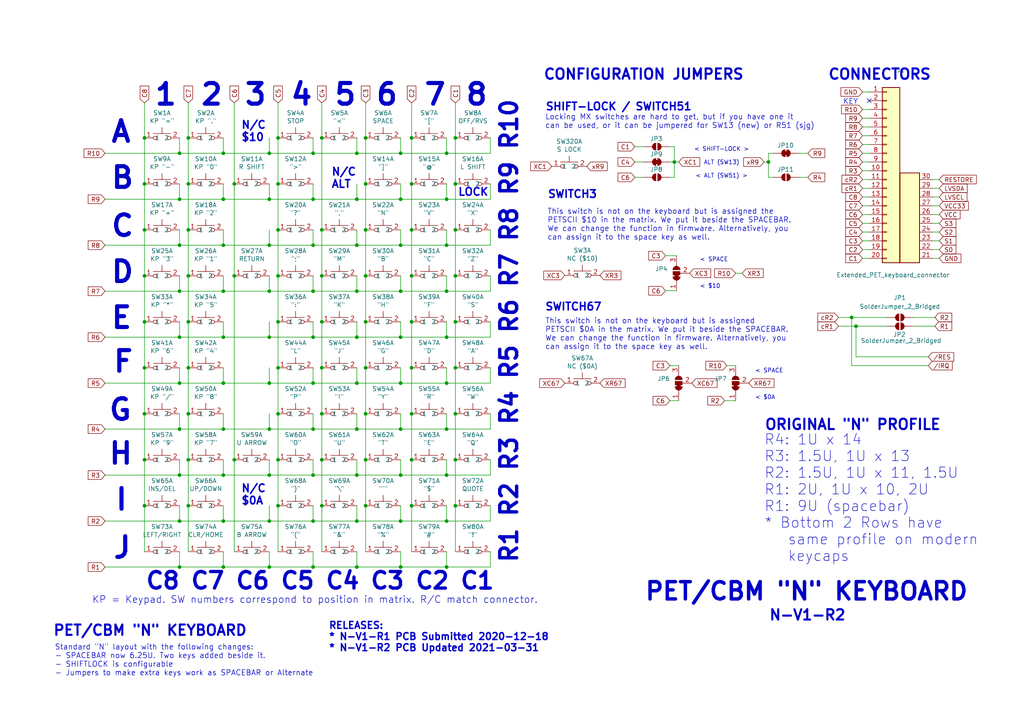
<source format=kicad_sch>
(kicad_sch (version 20250114) (generator "eeschema") (generator_version "9.0")
  (paper "A4")
  (text "PET/CBM \"N\" KEYBOARD" (at 15.24 184.785 0) (effects (font (size 2.9972 2.9972) (thickness 0.5994) (bold yes)) (justify left bottom)))
  (text "CONNECTORS" (at 240.03 23.495 0) (effects (font (size 2.9972 2.9972) (thickness 0.5994) (bold yes)) (justify left bottom)))
  (text "R1 R2 R3 R4 R5 R6 R7 R8 R9 R10" (at 150.495 163.83 90) (effects (font (size 4.9022 4.9022) (thickness 0.9804) (bold yes)) (justify left bottom)))
  (text "CONFIGURATION JUMPERS" (at 157.48 23.495 0) (effects (font (size 2.9972 2.9972) (thickness 0.5994) (bold yes)) (justify left bottom)))
  (text "Locking MX switches are hard to get, but if you have one it \ncan be used, or it can be jumpered for SW13 (new) or R51 (sjg)\n" (at 158.115 37.465 0) (effects (font (size 1.5494 1.5494)) (justify left bottom)))
  (text "PET/CBM \"N\" KEYBOARD" (at 186.69 174.625 0) (effects (font (size 5.0038 5.0038) (thickness 1.0008) (bold yes)) (justify left bottom)))
  (text "I" (at 33.02 148.59 0) (effects (font (size 5.9944 5.9944) (thickness 1.1989) (bold yes)) (justify left bottom)))
  (text "RELEASES:\n* N-V1-R1 PCB Submitted 2020-12-18\n* N-V1-R2 PCB Updated 2021-03-31 " (at 95.25 189.23 0) (effects (font (size 2.0066 2.0066) (thickness 0.4013) (bold yes)) (justify left bottom)))
  (text "< SPACE\n\n\n\n< $0A" (at 218.948 116.078 0) (effects (font (size 1.2 1.2)) (justify left bottom)))
  (text "SWITCH3" (at 158.75 57.785 0) (effects (font (size 2.2098 2.2098) (thickness 0.442) (bold yes)) (justify left bottom)))
  (text "Standard \"N\" layout with the following changes:\n- SPACEBAR now 6.25U. Two keys added beside it.\n- SHIFTLOCK is configurable\n- Jumpers to make extra keys work as SPACEBAR or Alternate\n" (at 15.875 196.215 0) (effects (font (size 1.5494 1.5494)) (justify left bottom)))
  (text "< SPACE\n\n\n\n< $10" (at 202.946 83.82 0) (effects (font (size 1.2 1.2)) (justify left bottom)))
  (text "KEY" (at 244.475 30.48 0) (effects (font (size 1.5494 1.5494)) (justify left bottom)))
  (text "ORIGINAL \"N\" PROFILE" (at 221.615 125.095 0) (effects (font (size 2.9972 2.9972) (thickness 0.5994) (bold yes)) (justify left bottom)))
  (text "R4: 1U x 14\nR3: 1.5U, 1U x 13\nR2: 1.5U, 1U x 11, 1.5U\nR1: 2U, 1U x 10, 2U\nR1: 9U (spacebar)\n* Bottom 2 Rows have\n   same profile on modern\n   keycaps" (at 221.615 163.195 0) (effects (font (size 2.9972 2.9972)) (justify left bottom)))
  (text "7" (at 122.555 31.115 0) (effects (font (size 5.9944 5.9944) (thickness 1.1989) (bold yes)) (justify left bottom)))
  (text "KP = Keypad. SW numbers correspond to position in matrix. R/C match connector." (at 26.67 175.26 0) (effects (font (size 2.0066 2.0066)) (justify left bottom)))
  (text "1" (at 44.45 31.115 0) (effects (font (size 5.9944 5.9944) (thickness 1.1989) (bold yes)) (justify left bottom)))
  (text "B" (at 31.75 55.245 0) (effects (font (size 5.9944 5.9944) (thickness 1.1989) (bold yes)) (justify left bottom)))
  (text "A" (at 31.75 41.91 0) (effects (font (size 5.9944 5.9944) (thickness 1.1989) (bold yes)) (justify left bottom)))
  (text "LOCK" (at 132.715 57.15 0) (effects (font (size 2.2098 2.2098) (thickness 0.442) (bold yes)) (justify left bottom)))
  (text "< SHIFT-LOCK >\n\nALT (SW13)\n\n< ALT (SW51) >" (at 209.296 51.816 0) (effects (font (size 1.2 1.2)) (justify bottom)))
  (text "E" (at 31.75 95.885 0) (effects (font (size 5.9944 5.9944) (thickness 1.1989) (bold yes)) (justify left bottom)))
  (text "C8 C7 C6 C5 C4 C3 C2 C1" (at 41.91 171.45 0) (effects (font (size 4.8006 4.8006) (thickness 0.9601) (bold yes)) (justify left bottom)))
  (text "This switch is not on the keyboard but is assigned the\nPETSCII $10 in the matrix. We put it beside the SPACEBAR.\nWe can change the function in firmware. Alternatively, you\ncan assign it to the space key as well.\n" (at 158.75 69.85 0) (effects (font (size 1.5494 1.5494)) (justify left bottom)))
  (text "F" (at 32.385 108.585 0) (effects (font (size 5.9944 5.9944) (thickness 1.1989) (bold yes)) (justify left bottom)))
  (text "H" (at 31.115 135.255 0) (effects (font (size 5.9944 5.9944) (thickness 1.1989) (bold yes)) (justify left bottom)))
  (text "SWITCH67" (at 157.988 90.424 0) (effects (font (size 2.2098 2.2098) (thickness 0.442) (bold yes)) (justify left bottom)))
  (text "N/C\n$0A" (at 69.85 146.685 0) (effects (font (size 2.2098 2.2098) (thickness 0.442) (bold yes)) (justify left bottom)))
  (text "8" (at 134.62 31.115 0) (effects (font (size 5.9944 5.9944) (thickness 1.1989) (bold yes)) (justify left bottom)))
  (text "2" (at 57.785 31.115 0) (effects (font (size 5.9944 5.9944) (thickness 1.1989) (bold yes)) (justify left bottom)))
  (text "N/C\n$10" (at 69.85 41.275 0) (effects (font (size 2.2098 2.2098) (thickness 0.442) (bold yes)) (justify left bottom)))
  (text "SHIFT-LOCK / SWITCH51" (at 158.115 32.385 0) (effects (font (size 2.2098 2.2098) (thickness 0.442) (bold yes)) (justify left bottom)))
  (text "5" (at 96.52 31.115 0) (effects (font (size 5.9944 5.9944) (thickness 1.1989) (bold yes)) (justify left bottom)))
  (text "J" (at 32.385 162.56 0) (effects (font (size 5.9944 5.9944) (thickness 1.1989) (bold yes)) (justify left bottom)))
  (text "This switch is not on the keyboard but is assigned\nPETSCII $0A in the matrix. We put it beside the SPACEBAR.\nWe can change the function in firmware. Alternatively, you\ncan assign it to the space key as well.\n" (at 158.115 101.6 0) (effects (font (size 1.5494 1.5494)) (justify left bottom)))
  (text "G" (at 31.115 122.555 0) (effects (font (size 5.9944 5.9944) (thickness 1.1989) (bold yes)) (justify left bottom)))
  (text "N-V1-R2" (at 222.885 180.34 0) (effects (font (size 2.9972 2.9972) (thickness 0.5994) (bold yes)) (justify left bottom)))
  (text "6" (at 108.585 31.115 0) (effects (font (size 5.9944 5.9944) (thickness 1.1989) (bold yes)) (justify left bottom)))
  (text "4" (at 83.82 31.115 0) (effects (font (size 5.9944 5.9944) (thickness 1.1989) (bold yes)) (justify left bottom)))
  (text "N/C\nALT" (at 96.012 54.864 0) (effects (font (size 2.2098 2.2098) (thickness 0.442) (bold yes)) (justify left bottom)))
  (text "D" (at 31.75 82.55 0) (effects (font (size 5.9944 5.9944) (thickness 1.1989) (bold yes)) (justify left bottom)))
  (text "3" (at 70.485 31.115 0) (effects (font (size 5.9944 5.9944) (thickness 1.1989) (bold yes)) (justify left bottom)))
  (text "C" (at 31.75 69.215 0) (effects (font (size 5.9944 5.9944) (thickness 1.1989) (bold yes)) (justify left bottom)))
  (junction (at 67.945 80.01))
  (junction (at 90.805 57.785))
  (junction (at 41.91 40.005))
  (junction (at 106.045 106.68))
  (junction (at 90.805 137.795))
  (junction (at 132.08 80.01))
  (junction (at 132.08 146.685))
  (junction (at 78.105 137.795))
  (junction (at 52.07 111.125))
  (junction (at 116.205 57.785))
  (junction (at 93.345 106.68))
  (junction (at 119.38 66.675))
  (junction (at 116.205 151.13))
  (junction (at 119.38 146.685))
  (junction (at 93.345 146.685))
  (junction (at 41.91 106.68))
  (junction (at 103.505 97.79))
  (junction (at 41.91 80.01))
  (junction (at 64.77 71.12))
  (junction (at 90.805 164.465))
  (junction (at 80.645 80.01))
  (junction (at 67.945 133.35))
  (junction (at 93.345 80.01))
  (junction (at 80.645 146.685))
  (junction (at 248.285 94.615))
  (junction (at 132.08 133.35))
  (junction (at 103.505 124.46))
  (junction (at 52.07 151.13))
  (junction (at 54.61 146.685))
  (junction (at 116.205 84.455))
  (junction (at 106.045 53.34))
  (junction (at 64.77 124.46))
  (junction (at 119.38 93.345))
  (junction (at 80.645 120.015))
  (junction (at 54.61 93.345))
  (junction (at 103.505 84.455))
  (junction (at 129.54 71.12))
  (junction (at 106.045 133.35))
  (junction (at 103.505 137.795))
  (junction (at 119.38 106.68))
  (junction (at 78.105 71.12))
  (junction (at 54.61 40.005))
  (junction (at 52.07 44.45))
  (junction (at 116.205 44.45))
  (junction (at 90.805 84.455))
  (junction (at 129.54 151.13))
  (junction (at 64.77 164.465))
  (junction (at 119.38 120.015))
  (junction (at 106.045 40.005))
  (junction (at 52.07 164.465))
  (junction (at 106.045 93.345))
  (junction (at 129.54 97.79))
  (junction (at 195.58 46.99))
  (junction (at 64.77 84.455))
  (junction (at 90.805 151.13))
  (junction (at 119.38 53.34))
  (junction (at 52.07 71.12))
  (junction (at 132.08 66.675))
  (junction (at 132.08 120.015))
  (junction (at 80.645 40.005))
  (junction (at 103.505 164.465))
  (junction (at 64.77 44.45))
  (junction (at 64.77 137.795))
  (junction (at 64.77 57.785))
  (junction (at 78.105 84.455))
  (junction (at 41.91 133.35))
  (junction (at 78.105 44.45))
  (junction (at 106.045 66.675))
  (junction (at 90.805 71.12))
  (junction (at 103.505 44.45))
  (junction (at 93.345 40.005))
  (junction (at 54.61 53.34))
  (junction (at 54.61 106.68))
  (junction (at 132.08 53.34))
  (junction (at 54.61 66.675))
  (junction (at 80.645 93.345))
  (junction (at 103.505 57.785))
  (junction (at 78.105 124.46))
  (junction (at 129.54 137.795))
  (junction (at 93.345 120.015))
  (junction (at 106.045 80.01))
  (junction (at 132.08 106.68))
  (junction (at 247.015 92.075))
  (junction (at 129.54 111.125))
  (junction (at 67.945 53.34))
  (junction (at 90.805 44.45))
  (junction (at 222.885 46.99))
  (junction (at 116.205 164.465))
  (junction (at 129.54 164.465))
  (junction (at 64.77 97.79))
  (junction (at 93.345 66.675))
  (junction (at 90.805 124.46))
  (junction (at 103.505 71.12))
  (junction (at 93.345 133.35))
  (junction (at 64.77 111.125))
  (junction (at 116.205 111.125))
  (junction (at 54.61 120.015))
  (junction (at 78.105 97.79))
  (junction (at 78.105 111.125))
  (junction (at 52.07 57.785))
  (junction (at 116.205 71.12))
  (junction (at 41.91 146.685))
  (junction (at 129.54 57.785))
  (junction (at 41.91 120.015))
  (junction (at 52.07 84.455))
  (junction (at 41.91 93.345))
  (junction (at 119.38 133.35))
  (junction (at 54.61 80.01))
  (junction (at 54.61 133.35))
  (junction (at 64.77 151.13))
  (junction (at 119.38 80.01))
  (junction (at 80.645 133.35))
  (junction (at 129.54 124.46))
  (junction (at 52.07 97.79))
  (junction (at 90.805 111.125))
  (junction (at 78.105 151.13))
  (junction (at 93.345 93.345))
  (junction (at 116.205 97.79))
  (junction (at 132.08 40.005))
  (junction (at 41.91 53.34))
  (junction (at 80.645 66.675))
  (junction (at 80.645 106.68))
  (junction (at 41.91 66.675))
  (junction (at 106.045 146.685))
  (junction (at 106.045 120.015))
  (junction (at 78.105 57.785))
  (junction (at 103.505 111.125))
  (junction (at 80.645 53.34))
  (junction (at 129.54 84.455))
  (junction (at 103.505 151.13))
  (junction (at 90.805 97.79))
  (junction (at 52.07 124.46))
  (junction (at 78.105 164.465))
  (junction (at 52.07 137.795))
  (junction (at 119.38 40.005))
  (junction (at 129.54 44.45))
  (junction (at 116.205 124.46))
  (junction (at 116.205 137.795))
  (junction (at 132.08 93.345))
  (no_connect (at 252.095 29.21))
  (wire (pts (xy 93.345 40.005) (xy 93.345 66.675)))
  (wire (pts (xy 119.38 106.68) (xy 119.38 120.015)))
  (wire (pts (xy 54.61 66.675) (xy 54.61 80.01)))
  (wire (pts (xy 78.105 106.68) (xy 78.105 111.125)))
  (wire (pts (xy 116.205 124.46) (xy 103.505 124.46)))
  (wire (pts (xy 64.77 53.34) (xy 64.77 57.785)))
  (wire (pts (xy 52.07 120.015) (xy 52.07 124.46)))
  (wire (pts (xy 78.105 84.455) (xy 90.805 84.455)))
  (wire (pts (xy 252.095 59.69) (xy 250.19 59.69)))
  (wire (pts (xy 132.08 80.01) (xy 132.08 93.345)))
  (wire (pts (xy 54.61 53.34) (xy 54.61 66.675)))
  (wire (pts (xy 210.82 106.045) (xy 213.36 106.045)))
  (wire (pts (xy 116.205 57.785) (xy 103.505 57.785)))
  (wire (pts (xy 52.07 71.12) (xy 30.48 71.12)))
  (wire (pts (xy 90.805 133.35) (xy 90.805 137.795)))
  (wire (pts (xy 142.24 106.68) (xy 142.24 111.125)))
  (wire (pts (xy 41.91 106.68) (xy 41.91 120.015)))
  (wire (pts (xy 78.105 120.015) (xy 78.105 124.46)))
  (wire (pts (xy 184.15 51.435) (xy 186.69 51.435)))
  (wire (pts (xy 64.77 146.685) (xy 64.77 151.13)))
  (wire (pts (xy 41.91 29.845) (xy 41.91 40.005)))
  (wire (pts (xy 80.645 93.345) (xy 80.645 106.68)))
  (wire (pts (xy 129.54 93.345) (xy 129.54 97.79)))
  (wire (pts (xy 119.38 40.005) (xy 119.38 53.34)))
  (wire (pts (xy 269.24 106.045) (xy 247.015 106.045)))
  (wire (pts (xy 252.095 67.31) (xy 250.19 67.31)))
  (wire (pts (xy 78.105 71.12) (xy 90.805 71.12)))
  (wire (pts (xy 132.08 29.845) (xy 132.08 40.005)))
  (wire (pts (xy 64.77 40.005) (xy 64.77 44.45)))
  (wire (pts (xy 80.645 106.68) (xy 80.645 120.015)))
  (wire (pts (xy 78.105 137.795) (xy 90.805 137.795)))
  (wire (pts (xy 54.61 93.345) (xy 54.61 106.68)))
  (wire (pts (xy 252.095 52.07) (xy 250.19 52.07)))
  (wire (pts (xy 103.505 53.34) (xy 103.505 57.785)))
  (wire (pts (xy 129.54 124.46) (xy 116.205 124.46)))
  (wire (pts (xy 80.645 66.675) (xy 80.645 80.01)))
  (wire (pts (xy 116.205 137.795) (xy 103.505 137.795)))
  (wire (pts (xy 78.105 164.465) (xy 90.805 164.465)))
  (wire (pts (xy 194.31 51.435) (xy 195.58 51.435)))
  (wire (pts (xy 52.07 44.45) (xy 64.77 44.45)))
  (wire (pts (xy 129.54 146.685) (xy 129.54 151.13)))
  (wire (pts (xy 64.77 137.795) (xy 52.07 137.795)))
  (wire (pts (xy 93.345 146.685) (xy 93.345 160.02)))
  (wire (pts (xy 78.105 80.01) (xy 78.105 84.455)))
  (wire (pts (xy 67.945 133.35) (xy 67.945 160.02)))
  (wire (pts (xy 252.095 34.29) (xy 250.19 34.29)))
  (wire (pts (xy 119.38 80.01) (xy 119.38 93.345)))
  (wire (pts (xy 52.07 151.13) (xy 30.48 151.13)))
  (wire (pts (xy 132.08 133.35) (xy 132.08 146.685)))
  (wire (pts (xy 64.77 97.79) (xy 52.07 97.79)))
  (wire (pts (xy 54.61 146.685) (xy 54.61 160.02)))
  (wire (pts (xy 184.15 46.99) (xy 186.69 46.99)))
  (wire (pts (xy 210.185 116.205) (xy 213.36 116.205)))
  (wire (pts (xy 78.105 53.34) (xy 78.105 57.785)))
  (wire (pts (xy 116.205 151.13) (xy 103.505 151.13)))
  (wire (pts (xy 129.54 97.79) (xy 116.205 97.79)))
  (wire (pts (xy 194.31 46.99) (xy 195.58 46.99)))
  (wire (pts (xy 64.77 124.46) (xy 52.07 124.46)))
  (wire (pts (xy 116.205 111.125) (xy 103.505 111.125)))
  (wire (pts (xy 78.105 93.345) (xy 78.105 97.79)))
  (wire (pts (xy 270.51 57.15) (xy 272.415 57.15)))
  (wire (pts (xy 252.095 31.75) (xy 250.19 31.75)))
  (wire (pts (xy 270.51 54.61) (xy 272.415 54.61)))
  (wire (pts (xy 80.645 53.34) (xy 80.645 66.675)))
  (wire (pts (xy 103.505 160.02) (xy 103.505 164.465)))
  (wire (pts (xy 142.24 146.685) (xy 142.24 151.13)))
  (wire (pts (xy 247.015 92.075) (xy 257.175 92.075)))
  (wire (pts (xy 80.645 40.005) (xy 80.645 53.34)))
  (wire (pts (xy 119.38 133.35) (xy 119.38 146.685)))
  (wire (pts (xy 270.51 64.77) (xy 272.415 64.77)))
  (wire (pts (xy 52.07 124.46) (xy 30.48 124.46)))
  (wire (pts (xy 64.77 71.12) (xy 52.07 71.12)))
  (wire (pts (xy 119.38 146.685) (xy 119.38 160.02)))
  (wire (pts (xy 54.61 40.005) (xy 54.61 53.34)))
  (wire (pts (xy 67.945 29.845) (xy 67.945 53.34)))
  (wire (pts (xy 78.105 71.12) (xy 64.77 71.12)))
  (wire (pts (xy 90.805 106.68) (xy 90.805 111.125)))
  (wire (pts (xy 67.945 53.34) (xy 67.945 80.01)))
  (wire (pts (xy 270.51 72.39) (xy 272.415 72.39)))
  (wire (pts (xy 132.08 93.345) (xy 132.08 106.68)))
  (wire (pts (xy 93.345 29.845) (xy 93.345 40.005)))
  (wire (pts (xy 78.105 111.125) (xy 64.77 111.125)))
  (wire (pts (xy 64.77 84.455) (xy 52.07 84.455)))
  (wire (pts (xy 252.095 62.23) (xy 250.19 62.23)))
  (wire (pts (xy 142.24 71.12) (xy 129.54 71.12)))
  (wire (pts (xy 52.07 111.125) (xy 30.48 111.125)))
  (wire (pts (xy 54.61 120.015) (xy 54.61 133.35)))
  (wire (pts (xy 142.24 93.345) (xy 142.24 97.79)))
  (wire (pts (xy 194.31 116.205) (xy 196.85 116.205)))
  (wire (pts (xy 103.505 44.45) (xy 116.205 44.45)))
  (wire (pts (xy 106.045 66.675) (xy 106.045 80.01)))
  (wire (pts (xy 195.58 51.435) (xy 195.58 46.99)))
  (wire (pts (xy 116.205 146.685) (xy 116.205 151.13)))
  (wire (pts (xy 142.24 80.01) (xy 142.24 84.455)))
  (wire (pts (xy 103.505 164.465) (xy 90.805 164.465)))
  (wire (pts (xy 129.54 164.465) (xy 116.205 164.465)))
  (wire (pts (xy 64.77 80.01) (xy 64.77 84.455)))
  (wire (pts (xy 80.645 80.01) (xy 80.645 93.345)))
  (wire (pts (xy 52.07 133.35) (xy 52.07 137.795)))
  (wire (pts (xy 252.095 57.15) (xy 250.19 57.15)))
  (wire (pts (xy 90.805 44.45) (xy 103.505 44.45)))
  (wire (pts (xy 106.045 40.005) (xy 106.045 53.34)))
  (wire (pts (xy 64.77 93.345) (xy 64.77 97.79)))
  (wire (pts (xy 106.045 29.845) (xy 106.045 40.005)))
  (wire (pts (xy 270.51 52.07) (xy 272.415 52.07)))
  (wire (pts (xy 243.205 94.615) (xy 248.285 94.615)))
  (wire (pts (xy 129.54 84.455) (xy 116.205 84.455)))
  (wire (pts (xy 64.77 66.675) (xy 64.77 71.12)))
  (wire (pts (xy 103.505 111.125) (xy 90.805 111.125)))
  (wire (pts (xy 103.505 84.455) (xy 90.805 84.455)))
  (wire (pts (xy 41.91 80.01) (xy 41.91 93.345)))
  (wire (pts (xy 252.095 69.85) (xy 250.19 69.85)))
  (wire (pts (xy 116.205 40.005) (xy 116.205 44.45)))
  (wire (pts (xy 106.045 93.345) (xy 106.045 106.68)))
  (wire (pts (xy 80.645 146.685) (xy 80.645 160.02)))
  (wire (pts (xy 90.805 53.34) (xy 90.805 57.785)))
  (wire (pts (xy 52.07 164.465) (xy 30.48 164.465)))
  (wire (pts (xy 116.205 106.68) (xy 116.205 111.125)))
  (wire (pts (xy 52.07 97.79) (xy 30.48 97.79)))
  (wire (pts (xy 132.08 146.685) (xy 132.08 160.02)))
  (wire (pts (xy 231.775 51.435) (xy 234.315 51.435)))
  (wire (pts (xy 93.345 80.01) (xy 93.345 93.345)))
  (wire (pts (xy 224.155 44.45) (xy 222.885 44.45)))
  (wire (pts (xy 103.505 80.01) (xy 103.505 84.455)))
  (wire (pts (xy 78.105 40.005) (xy 78.105 44.45)))
  (wire (pts (xy 106.045 106.68) (xy 106.045 120.015)))
  (wire (pts (xy 252.095 41.91) (xy 250.19 41.91)))
  (wire (pts (xy 129.54 40.005) (xy 129.54 44.45)))
  (wire (pts (xy 252.095 49.53) (xy 250.19 49.53)))
  (wire (pts (xy 78.105 57.785) (xy 64.77 57.785)))
  (wire (pts (xy 247.015 106.045) (xy 247.015 92.075)))
  (wire (pts (xy 193.04 74.168) (xy 196.215 74.168)))
  (wire (pts (xy 78.105 133.35) (xy 78.105 137.795)))
  (wire (pts (xy 52.07 57.785) (xy 30.48 57.785)))
  (wire (pts (xy 132.08 53.34) (xy 132.08 66.675)))
  (wire (pts (xy 64.77 151.13) (xy 52.07 151.13)))
  (wire (pts (xy 194.31 42.545) (xy 195.58 42.545)))
  (wire (pts (xy 90.805 93.345) (xy 90.805 97.79)))
  (wire (pts (xy 78.105 66.675) (xy 78.105 71.12)))
  (wire (pts (xy 250.19 26.67) (xy 252.095 26.67)))
  (wire (pts (xy 252.095 36.83) (xy 250.19 36.83)))
  (wire (pts (xy 270.51 67.31) (xy 272.415 67.31)))
  (wire (pts (xy 78.105 97.79) (xy 90.805 97.79)))
  (wire (pts (xy 103.505 71.12) (xy 90.805 71.12)))
  (wire (pts (xy 78.105 151.13) (xy 90.805 151.13)))
  (wire (pts (xy 142.24 66.675) (xy 142.24 71.12)))
  (wire (pts (xy 129.54 57.785) (xy 116.205 57.785)))
  (wire (pts (xy 93.345 133.35) (xy 93.345 146.685)))
  (wire (pts (xy 142.24 53.34) (xy 142.24 57.785)))
  (wire (pts (xy 90.805 40.005) (xy 90.805 44.45)))
  (wire (pts (xy 248.285 94.615) (xy 257.175 94.615)))
  (wire (pts (xy 78.105 124.46) (xy 64.77 124.46)))
  (wire (pts (xy 116.205 80.01) (xy 116.205 84.455)))
  (wire (pts (xy 78.105 44.45) (xy 90.805 44.45)))
  (wire (pts (xy 142.24 120.015) (xy 142.24 124.46)))
  (wire (pts (xy 116.205 120.015) (xy 116.205 124.46)))
  (wire (pts (xy 106.045 120.015) (xy 106.045 133.35)))
  (wire (pts (xy 54.61 133.35) (xy 54.61 146.685)))
  (wire (pts (xy 129.54 106.68) (xy 129.54 111.125)))
  (wire (pts (xy 142.24 84.455) (xy 129.54 84.455)))
  (wire (pts (xy 132.08 120.015) (xy 132.08 133.35)))
  (wire (pts (xy 41.91 120.015) (xy 41.91 133.35)))
  (wire (pts (xy 41.91 53.34) (xy 41.91 66.675)))
  (wire (pts (xy 129.54 71.12) (xy 116.205 71.12)))
  (wire (pts (xy 213.36 79.248) (xy 215.265 79.248)))
  (wire (pts (xy 270.51 62.23) (xy 272.415 62.23)))
  (wire (pts (xy 78.105 111.125) (xy 90.805 111.125)))
  (wire (pts (xy 116.205 93.345) (xy 116.205 97.79)))
  (wire (pts (xy 80.645 120.015) (xy 80.645 133.35)))
  (wire (pts (xy 119.38 53.34) (xy 119.38 66.675)))
  (wire (pts (xy 103.505 66.675) (xy 103.505 71.12)))
  (wire (pts (xy 222.885 46.99) (xy 221.615 46.99)))
  (wire (pts (xy 103.505 124.46) (xy 90.805 124.46)))
  (wire (pts (xy 119.38 29.845) (xy 119.38 40.005)))
  (wire (pts (xy 142.24 124.46) (xy 129.54 124.46)))
  (wire (pts (xy 248.285 103.505) (xy 248.285 94.615)))
  (wire (pts (xy 116.205 164.465) (xy 103.505 164.465)))
  (wire (pts (xy 264.795 92.075) (xy 271.145 92.075)))
  (wire (pts (xy 64.77 106.68) (xy 64.77 111.125)))
  (wire (pts (xy 80.645 29.845) (xy 80.645 40.005)))
  (wire (pts (xy 80.645 133.35) (xy 80.645 146.685)))
  (wire (pts (xy 106.045 53.34) (xy 106.045 66.675)))
  (wire (pts (xy 67.945 80.01) (xy 67.945 133.35)))
  (wire (pts (xy 103.505 97.79) (xy 90.805 97.79)))
  (wire (pts (xy 41.91 40.005) (xy 41.91 53.34)))
  (wire (pts (xy 64.77 57.785) (xy 52.07 57.785)))
  (wire (pts (xy 64.77 111.125) (xy 52.07 111.125)))
  (wire (pts (xy 30.48 44.45) (xy 52.07 44.45)))
  (wire (pts (xy 264.795 94.615) (xy 271.145 94.615)))
  (wire (pts (xy 52.07 160.02) (xy 52.07 164.465)))
  (wire (pts (xy 142.24 164.465) (xy 129.54 164.465)))
  (wire (pts (xy 116.205 71.12) (xy 103.505 71.12)))
  (wire (pts (xy 269.24 103.505) (xy 248.285 103.505)))
  (wire (pts (xy 90.805 66.675) (xy 90.805 71.12)))
  (wire (pts (xy 52.07 66.675) (xy 52.07 71.12)))
  (wire (pts (xy 78.105 146.685) (xy 78.105 151.13)))
  (wire (pts (xy 52.07 80.01) (xy 52.07 84.455)))
  (wire (pts (xy 90.805 160.02) (xy 90.805 164.465)))
  (wire (pts (xy 103.505 106.68) (xy 103.505 111.125)))
  (wire (pts (xy 64.77 160.02) (xy 64.77 164.465)))
  (wire (pts (xy 103.505 120.015) (xy 103.505 124.46)))
  (wire (pts (xy 93.345 106.68) (xy 93.345 120.015)))
  (wire (pts (xy 184.15 42.545) (xy 186.69 42.545)))
  (wire (pts (xy 270.51 59.69) (xy 272.415 59.69)))
  (wire (pts (xy 52.07 93.345) (xy 52.07 97.79)))
  (wire (pts (xy 103.505 133.35) (xy 103.505 137.795)))
  (wire (pts (xy 129.54 120.015) (xy 129.54 124.46)))
  (wire (pts (xy 195.58 46.99) (xy 196.85 46.99)))
  (wire (pts (xy 252.095 72.39) (xy 250.19 72.39)))
  (wire (pts (xy 270.51 69.85) (xy 272.415 69.85)))
  (wire (pts (xy 64.77 133.35) (xy 64.77 137.795)))
  (wire (pts (xy 93.345 120.015) (xy 93.345 133.35)))
  (wire (pts (xy 116.205 53.34) (xy 116.205 57.785)))
  (wire (pts (xy 270.51 74.93) (xy 272.415 74.93)))
  (wire (pts (xy 119.38 93.345) (xy 119.38 106.68)))
  (wire (pts (xy 142.24 40.005) (xy 142.24 44.45)))
  (wire (pts (xy 78.105 97.79) (xy 64.77 97.79)))
  (wire (pts (xy 222.885 51.435) (xy 222.885 46.99)))
  (wire (pts (xy 116.205 97.79) (xy 103.505 97.79)))
  (wire (pts (xy 93.345 66.675) (xy 93.345 80.01)))
  (wire (pts (xy 142.24 57.785) (xy 129.54 57.785)))
  (wire (pts (xy 90.805 146.685) (xy 90.805 151.13)))
  (wire (pts (xy 132.08 40.005) (xy 132.08 53.34)))
  (wire (pts (xy 78.105 57.785) (xy 90.805 57.785)))
  (wire (pts (xy 194.31 106.045) (xy 196.85 106.045)))
  (wire (pts (xy 116.205 133.35) (xy 116.205 137.795)))
  (wire (pts (xy 103.505 93.345) (xy 103.505 97.79)))
  (wire (pts (xy 142.24 151.13) (xy 129.54 151.13)))
  (wire (pts (xy 252.095 46.99) (xy 250.19 46.99)))
  (wire (pts (xy 103.505 151.13) (xy 90.805 151.13)))
  (wire (pts (xy 78.105 151.13) (xy 64.77 151.13)))
  (wire (pts (xy 41.91 133.35) (xy 41.91 146.685)))
  (wire (pts (xy 129.54 66.675) (xy 129.54 71.12)))
  (wire (pts (xy 103.505 146.685) (xy 103.505 151.13)))
  (wire (pts (xy 90.805 80.01) (xy 90.805 84.455)))
  (wire (pts (xy 132.08 66.675) (xy 132.08 80.01)))
  (wire (pts (xy 129.54 160.02) (xy 129.54 164.465)))
  (wire (pts (xy 103.505 40.005) (xy 103.505 44.45)))
  (wire (pts (xy 129.54 44.45) (xy 142.24 44.45)))
  (wire (pts (xy 116.205 66.675) (xy 116.205 71.12)))
  (wire (pts (xy 93.345 93.345) (xy 93.345 106.68)))
  (wire (pts (xy 231.775 44.45) (xy 234.315 44.45)))
  (wire (pts (xy 106.045 133.35) (xy 106.045 146.685)))
  (wire (pts (xy 224.155 51.435) (xy 222.885 51.435)))
  (wire (pts (xy 41.91 66.675) (xy 41.91 80.01)))
  (wire (pts (xy 106.045 80.01) (xy 106.045 93.345)))
  (wire (pts (xy 129.54 111.125) (xy 116.205 111.125)))
  (wire (pts (xy 78.105 164.465) (xy 64.77 164.465)))
  (wire (pts (xy 54.61 29.845) (xy 54.61 40.005)))
  (wire (pts (xy 78.105 160.02) (xy 78.105 164.465)))
  (wire (pts (xy 116.205 84.455) (xy 103.505 84.455)))
  (wire (pts (xy 78.105 124.46) (xy 90.805 124.46)))
  (wire (pts (xy 41.91 146.685) (xy 41.91 160.02)))
  (wire (pts (xy 129.54 137.795) (xy 116.205 137.795)))
  (wire (pts (xy 54.61 80.01) (xy 54.61 93.345)))
  (wire (pts (xy 252.095 39.37) (xy 250.19 39.37)))
  (wire (pts (xy 52.07 106.68) (xy 52.07 111.125)))
  (wire (pts (xy 142.24 133.35) (xy 142.24 137.795)))
  (wire (pts (xy 78.105 137.795) (xy 64.77 137.795)))
  (wire (pts (xy 142.24 97.79) (xy 129.54 97.79)))
  (wire (pts (xy 252.095 54.61) (xy 250.19 54.61)))
  (wire (pts (xy 142.24 137.795) (xy 129.54 137.795)))
  (wire (pts (xy 64.77 44.45) (xy 78.105 44.45)))
  (wire (pts (xy 90.805 120.015) (xy 90.805 124.46)))
  (wire (pts (xy 52.07 40.005) (xy 52.07 44.45)))
  (wire (pts (xy 252.095 44.45) (xy 250.19 44.45)))
  (wire (pts (xy 52.07 137.795) (xy 30.48 137.795)))
  (wire (pts (xy 41.91 93.345) (xy 41.91 106.68)))
  (wire (pts (xy 252.095 74.93) (xy 250.19 74.93)))
  (wire (pts (xy 142.24 160.02) (xy 142.24 164.465)))
  (wire (pts (xy 52.07 84.455) (xy 30.48 84.455)))
  (wire (pts (xy 129.54 151.13) (xy 116.205 151.13)))
  (wire (pts (xy 119.38 120.015) (xy 119.38 133.35)))
  (wire (pts (xy 103.505 57.785) (xy 90.805 57.785)))
  (wire (pts (xy 116.205 44.45) (xy 129.54 44.45)))
  (wire (pts (xy 106.045 146.685) (xy 106.045 160.02)))
  (wire (pts (xy 64.77 164.465) (xy 52.07 164.465)))
  (wire (pts (xy 129.54 80.01) (xy 129.54 84.455)))
  (wire (pts (xy 119.38 66.675) (xy 119.38 80.01)))
  (wire (pts (xy 103.505 137.795) (xy 90.805 137.795)))
  (wire (pts (xy 116.205 160.02) (xy 116.205 164.465)))
  (wire (pts (xy 252.095 64.77) (xy 250.19 64.77)))
  (wire (pts (xy 193.04 84.328) (xy 196.215 84.328)))
  (wire (pts (xy 64.77 120.015) (xy 64.77 124.46)))
  (wire (pts (xy 129.54 53.34) (xy 129.54 57.785)))
  (wire (pts (xy 142.24 111.125) (xy 129.54 111.125)))
  (wire (pts (xy 129.54 133.35) (xy 129.54 137.795)))
  (wire (pts (xy 54.61 106.68) (xy 54.61 120.015)))
  (wire (pts (xy 78.105 84.455) (xy 64.77 84.455)))
  (wire (pts (xy 222.885 44.45) (xy 222.885 46.99)))
  (wire (pts (xy 52.07 146.685) (xy 52.07 151.13)))
  (wire (pts (xy 132.08 106.68) (xy 132.08 120.015)))
  (wire (pts (xy 243.205 92.075) (xy 247.015 92.075)))
  (wire (pts (xy 195.58 42.545) (xy 195.58 46.99)))
  (wire (pts (xy 52.07 53.34) (xy 52.07 57.785)))
  (global_label "GND" (shape input) (at 250.19 26.67 180) (property "Intersheetrefs" "${INTERSHEET_REFS}" (effects (hide yes))))
  (global_label "C6" (shape input) (at 184.15 51.435 180) (property "Intersheetrefs" "${INTERSHEET_REFS}" (effects (hide yes))))
  (global_label "VCC" (shape input) (at 272.415 62.23 0) (property "Intersheetrefs" "${INTERSHEET_REFS}" (effects (hide yes))))
  (global_label "C1" (shape input) (at 132.08 29.845 90) (property "Intersheetrefs" "${INTERSHEET_REFS}" (effects (hide yes))))
  (global_label "C6" (shape input) (at 67.945 29.845 90) (property "Intersheetrefs" "${INTERSHEET_REFS}" (effects (hide yes))))
  (global_label "C3" (shape input) (at 250.19 69.85 180) (property "Intersheetrefs" "${INTERSHEET_REFS}" (effects (hide yes))))
  (global_label "R8" (shape input) (at 30.48 71.12 180) (property "Intersheetrefs" "${INTERSHEET_REFS}" (effects (hide yes))))
  (global_label "S3" (shape input) (at 272.415 64.77 0) (property "Intersheetrefs" "${INTERSHEET_REFS}" (effects (hide yes))))
  (global_label "RESTORE" (shape input) (at 272.415 52.07 0) (property "Intersheetrefs" "${INTERSHEET_REFS}" (effects (hide yes))))
  (global_label "LVSCL" (shape input) (at 272.415 57.15 0) (property "Intersheetrefs" "${INTERSHEET_REFS}" (effects (hide yes))))
  (global_label "R4" (shape input) (at 30.48 124.46 180) (property "Intersheetrefs" "${INTERSHEET_REFS}" (effects (hide yes))))
  (global_label "GND" (shape input) (at 272.415 74.93 0) (property "Intersheetrefs" "${INTERSHEET_REFS}" (effects (hide yes))))
  (global_label "C6" (shape input) (at 194.31 116.205 180) (property "Intersheetrefs" "${INTERSHEET_REFS}" (effects (hide yes))))
  (global_label "cR2" (shape input) (at 250.19 52.07 180) (property "Intersheetrefs" "${INTERSHEET_REFS}" (effects (hide yes))))
  (global_label "C4" (shape input) (at 184.15 46.99 180) (property "Intersheetrefs" "${INTERSHEET_REFS}" (effects (hide yes))))
  (global_label "XR3" (shape input) (at 215.265 79.248 0) (property "Intersheetrefs" "${INTERSHEET_REFS}" (effects (hide yes))))
  (global_label "R9" (shape input) (at 250.19 34.29 180) (property "Intersheetrefs" "${INTERSHEET_REFS}" (effects (hide yes))))
  (global_label "R10" (shape input) (at 213.36 79.248 180) (property "Intersheetrefs" "${INTERSHEET_REFS}" (effects (hide yes))))
  (global_label "R10" (shape input) (at 210.82 106.045 180) (property "Intersheetrefs" "${INTERSHEET_REFS}" (effects (hide yes))))
  (global_label "C8" (shape input) (at 250.19 57.15 180) (property "Intersheetrefs" "${INTERSHEET_REFS}" (effects (hide yes))))
  (global_label "R3" (shape input) (at 30.48 137.795 180) (property "Intersheetrefs" "${INTERSHEET_REFS}" (effects (hide yes))))
  (global_label "XC3" (shape input) (at 200.025 79.248 0) (property "Intersheetrefs" "${INTERSHEET_REFS}" (effects (hide yes))))
  (global_label "XR67" (shape input) (at 217.17 111.125 0) (property "Intersheetrefs" "${INTERSHEET_REFS}" (effects (hide yes))))
  (global_label "C4" (shape input) (at 250.19 67.31 180) (property "Intersheetrefs" "${INTERSHEET_REFS}" (effects (hide yes))))
  (global_label "R1" (shape input) (at 271.145 94.615 0) (property "Intersheetrefs" "${INTERSHEET_REFS}" (effects (hide yes))))
  (global_label "XC3" (shape input) (at 163.83 79.883 180) (property "Intersheetrefs" "${INTERSHEET_REFS}" (effects (hide yes))))
  (global_label "XC1" (shape input) (at 160.02 48.26 180) (property "Intersheetrefs" "${INTERSHEET_REFS}" (effects (hide yes))))
  (global_label "R1" (shape input) (at 30.48 164.465 180) (property "Intersheetrefs" "${INTERSHEET_REFS}" (effects (hide yes))))
  (global_label "C5" (shape input) (at 250.19 64.77 180) (property "Intersheetrefs" "${INTERSHEET_REFS}" (effects (hide yes))))
  (global_label "LVSDA" (shape input) (at 272.415 54.61 0) (property "Intersheetrefs" "${INTERSHEET_REFS}" (effects (hide yes))))
  (global_label "R2" (shape input) (at 30.48 151.13 180) (property "Intersheetrefs" "${INTERSHEET_REFS}" (effects (hide yes))))
  (global_label "XC67" (shape input) (at 163.83 111.125 180) (property "Intersheetrefs" "${INTERSHEET_REFS}" (effects (hide yes))))
  (global_label "C6" (shape input) (at 250.19 62.23 180) (property "Intersheetrefs" "${INTERSHEET_REFS}" (effects (hide yes))))
  (global_label "XR67" (shape input) (at 173.99 111.125 0) (property "Intersheetrefs" "${INTERSHEET_REFS}" (effects (hide yes))))
  (global_label "cR2" (shape input) (at 243.205 92.075 180) (property "Intersheetrefs" "${INTERSHEET_REFS}" (effects (hide yes))))
  (global_label "R5" (shape input) (at 250.19 44.45 180) (property "Intersheetrefs" "${INTERSHEET_REFS}" (effects (hide yes))))
  (global_label "C3" (shape input) (at 194.31 106.045 180) (property "Intersheetrefs" "${INTERSHEET_REFS}" (effects (hide yes))))
  (global_label "C3" (shape input) (at 106.045 29.845 90) (property "Intersheetrefs" "${INTERSHEET_REFS}" (effects (hide yes))))
  (global_label "XC67" (shape input) (at 200.66 111.125 0) (property "Intersheetrefs" "${INTERSHEET_REFS}" (effects (hide yes))))
  (global_label "R2" (shape input) (at 271.145 92.075 0) (property "Intersheetrefs" "${INTERSHEET_REFS}" (effects (hide yes))))
  (global_label "{slash}IRQ" (shape input) (at 269.24 106.045 0) (property "Intersheetrefs" "${INTERSHEET_REFS}" (effects (hide yes))))
  (global_label "xR9" (shape input) (at 221.615 46.99 180) (property "Intersheetrefs" "${INTERSHEET_REFS}" (effects (hide yes))))
  (global_label "cR1" (shape input) (at 250.19 54.61 180) (property "Intersheetrefs" "${INTERSHEET_REFS}" (effects (hide yes))))
  (global_label "R4" (shape input) (at 250.19 46.99 180) (property "Intersheetrefs" "${INTERSHEET_REFS}" (effects (hide yes))))
  (global_label "{slash}RES" (shape input) (at 269.24 103.505 0) (property "Intersheetrefs" "${INTERSHEET_REFS}" (effects (hide yes))))
  (global_label "S2" (shape input) (at 272.415 67.31 0) (property "Intersheetrefs" "${INTERSHEET_REFS}" (effects (hide yes))))
  (global_label "C7" (shape input) (at 250.19 59.69 180) (property "Intersheetrefs" "${INTERSHEET_REFS}" (effects (hide yes))))
  (global_label "R4" (shape input) (at 234.315 51.435 0) (property "Intersheetrefs" "${INTERSHEET_REFS}" (effects (hide yes))))
  (global_label "C2" (shape input) (at 119.38 29.845 90) (property "Intersheetrefs" "${INTERSHEET_REFS}" (effects (hide yes))))
  (global_label "R6" (shape input) (at 250.19 41.91 180) (property "Intersheetrefs" "${INTERSHEET_REFS}" (effects (hide yes))))
  (global_label "xR9" (shape input) (at 170.18 48.26 0) (property "Intersheetrefs" "${INTERSHEET_REFS}" (effects (hide yes))))
  (global_label "R8" (shape input) (at 250.19 36.83 180) (property "Intersheetrefs" "${INTERSHEET_REFS}" (effects (hide yes))))
  (global_label "C1" (shape input) (at 250.19 74.93 180) (property "Intersheetrefs" "${INTERSHEET_REFS}" (effects (hide yes))))
  (global_label "XC1" (shape input) (at 196.85 46.99 0) (property "Intersheetrefs" "${INTERSHEET_REFS}" (effects (hide yes))))
  (global_label "S1" (shape input) (at 272.415 69.85 0) (property "Intersheetrefs" "${INTERSHEET_REFS}" (effects (hide yes))))
  (global_label "R6" (shape input) (at 30.48 97.79 180) (property "Intersheetrefs" "${INTERSHEET_REFS}" (effects (hide yes))))
  (global_label "R9" (shape input) (at 234.315 44.45 0) (property "Intersheetrefs" "${INTERSHEET_REFS}" (effects (hide yes))))
  (global_label "R7" (shape input) (at 250.19 39.37 180) (property "Intersheetrefs" "${INTERSHEET_REFS}" (effects (hide yes))))
  (global_label "R2" (shape input) (at 210.185 116.205 180) (property "Intersheetrefs" "${INTERSHEET_REFS}" (effects (hide yes))))
  (global_label "XR3" (shape input) (at 173.99 79.883 0) (property "Intersheetrefs" "${INTERSHEET_REFS}" (effects (hide yes))))
  (global_label "cR1" (shape input) (at 243.205 94.615 180) (property "Intersheetrefs" "${INTERSHEET_REFS}" (effects (hide yes))))
  (global_label "C1" (shape input) (at 184.15 42.545 180) (property "Intersheetrefs" "${INTERSHEET_REFS}" (effects (hide yes))))
  (global_label "VCC33" (shape input) (at 272.415 59.69 0) (property "Intersheetrefs" "${INTERSHEET_REFS}" (effects (hide yes))))
  (global_label "C8" (shape input) (at 41.91 29.845 90) (property "Intersheetrefs" "${INTERSHEET_REFS}" (effects (hide yes))))
  (global_label "C6" (shape input) (at 193.04 84.328 180) (property "Intersheetrefs" "${INTERSHEET_REFS}" (effects (hide yes))))
  (global_label "R10" (shape input) (at 30.48 44.45 180) (property "Intersheetrefs" "${INTERSHEET_REFS}" (effects (hide yes))))
  (global_label "C7" (shape input) (at 54.61 29.845 90) (property "Intersheetrefs" "${INTERSHEET_REFS}" (effects (hide yes))))
  (global_label "C2" (shape input) (at 250.19 72.39 180) (property "Intersheetrefs" "${INTERSHEET_REFS}" (effects (hide yes))))
  (global_label "R9" (shape input) (at 30.48 57.785 180) (property "Intersheetrefs" "${INTERSHEET_REFS}" (effects (hide yes))))
  (global_label "R3" (shape input) (at 250.19 49.53 180) (property "Intersheetrefs" "${INTERSHEET_REFS}" (effects (hide yes))))
  (global_label "R7" (shape input) (at 30.48 84.455 180) (property "Intersheetrefs" "${INTERSHEET_REFS}" (effects (hide yes))))
  (global_label "C4" (shape input) (at 93.345 29.845 90) (property "Intersheetrefs" "${INTERSHEET_REFS}" (effects (hide yes))))
  (global_label "C5" (shape input) (at 80.645 29.845 90) (property "Intersheetrefs" "${INTERSHEET_REFS}" (effects (hide yes))))
  (global_label "R10" (shape input) (at 250.19 31.75 180) (property "Intersheetrefs" "${INTERSHEET_REFS}" (effects (hide yes))))
  (global_label "C3" (shape input) (at 193.04 74.168 180) (property "Intersheetrefs" "${INTERSHEET_REFS}" (effects (hide yes))))
  (global_label "S0" (shape input) (at 272.415 72.39 0) (property "Intersheetrefs" "${INTERSHEET_REFS}" (effects (hide yes))))
  (global_label "R5" (shape input) (at 30.48 111.125 180) (property "Intersheetrefs" "${INTERSHEET_REFS}" (effects (hide yes))))
  (symbol (lib_id "petkn:MX Key with SMD RGB LED") (at 46.99 40.005 0) (unit 1)
    (property "Reference" "SW1" (at 46.99 32.766 0))
    (property "Value" "KP \"=\"" (at 46.99 35.0774 0))
    (property "Footprint" "petkn:SW_Cherry_MX_1.00u_PCB_with_RGB_LED" (effects (hide yes)))
  )
  (symbol (lib_id "petkn:MX Key with SMD RGB LED") (at 59.69 40.005 0) (unit 1)
    (property "Reference" "SW2" (at 59.69 32.766 0))
    (property "Value" "KP \".\"" (at 59.69 35.0774 0))
    (property "Footprint" "petkn:SW_Cherry_MX_1.00u_PCB_with_RGB_LED" (effects (hide yes)))
  )
  (symbol (lib_id "petkn:MX Key with SMD RGB LED") (at 168.91 79.883 0) (unit 1)
    (property "Reference" "SW3" (at 168.91 72.644 0))
    (property "Value" "NC ($10)" (at 168.91 74.9554 0))
    (property "Footprint" "petkn:SW_Cherry_MX_1.25u_PCB_with_RGB_LED" (effects (hide yes)))
  )
  (symbol (lib_id "petkn:MX Key with SMD RGB LED") (at 85.725 40.005 0) (unit 1)
    (property "Reference" "SW4" (at 85.725 32.766 0))
    (property "Value" "STOP" (at 85.725 35.0774 0))
    (property "Footprint" "petkn:SW_Cherry_MX_1.00u_PCB_with_RGB_LED" (effects (hide yes)))
  )
  (symbol (lib_id "petkn:MX Key with SMD RGB LED") (at 98.425 40.005 0) (unit 1)
    (property "Reference" "SW5" (at 98.425 32.766 0))
    (property "Value" "\"<\"" (at 98.425 35.0774 0))
    (property "Footprint" "petkn:SW_Cherry_MX_1.00u_PCB_with_RGB_LED" (effects (hide yes)))
  )
  (symbol (lib_id "petkn:MX Key with SMD RGB LED") (at 111.125 40.005 0) (unit 1)
    (property "Reference" "SW6" (at 111.125 32.766 0))
    (property "Value" "SPACE" (at 111.125 35.0774 0))
    (property "Footprint" "petkn:SW_Cherry_MX_6.25u_PCB_with_RGB_LED" (effects (hide yes)))
  )
  (symbol (lib_id "petkn:MX Key with SMD RGB LED") (at 124.46 40.005 0) (unit 1)
    (property "Reference" "SW7" (at 124.46 32.766 0))
    (property "Value" "\"[\"" (at 124.46 35.0774 0))
    (property "Footprint" "petkn:SW_Cherry_MX_1.00u_PCB_with_RGB_LED" (effects (hide yes)))
  )
  (symbol (lib_id "petkn:MX Key with SMD RGB LED") (at 137.16 40.005 0) (unit 1)
    (property "Reference" "SW8" (at 137.16 32.766 0))
    (property "Value" "OFF/RVS" (at 137.16 35.0774 0))
    (property "Footprint" "petkn:SW_Cherry_MX_1.50u_PCB_with_RGB_LED" (effects (hide yes)))
  )
  (symbol (lib_id "petkn:MX Key with SMD RGB LED") (at 46.99 53.34 0) (unit 1)
    (property "Reference" "SW9" (at 46.99 46.101 0))
    (property "Value" "KP \"-\"" (at 46.99 48.4124 0))
    (property "Footprint" "petkn:SW_Cherry_MX_1.00u_PCB_with_RGB_LED" (effects (hide yes)))
  )
  (symbol (lib_id "petkn:MX Key with SMD RGB LED") (at 59.69 53.34 0) (unit 1)
    (property "Reference" "SW10" (at 59.69 46.101 0))
    (property "Value" "KP \"0\"" (at 59.69 48.4124 0))
    (property "Footprint" "petkn:SW_Cherry_MX_1.00u_PCB_with_RGB_LED" (effects (hide yes)))
  )
  (symbol (lib_id "petkn:MX Key with SMD RGB LED") (at 73.025 53.34 0) (unit 1)
    (property "Reference" "SW11" (at 73.025 46.101 0))
    (property "Value" "R SHIFT" (at 73.025 48.4124 0))
    (property "Footprint" "petkn:SW_Cherry_MX_2.00u_PCB_with_RGB_LED" (effects (hide yes)))
  )
  (symbol (lib_id "petkn:MX Key with SMD RGB LED") (at 85.725 53.34 0) (unit 1)
    (property "Reference" "SW12" (at 85.725 46.101 0))
    (property "Value" "\">\"" (at 85.725 48.4124 0))
    (property "Footprint" "petkn:SW_Cherry_MX_1.00u_PCB_with_RGB_LED" (effects (hide yes)))
  )
  (symbol (lib_id "petkn:MX Key with SMD RGB LED") (at 111.125 53.34 0) (unit 1)
    (property "Reference" "SW14" (at 111.125 46.101 0))
    (property "Value" "\"]\"" (at 111.125 48.4124 0))
    (property "Footprint" "petkn:SW_Cherry_MX_1.00u_PCB_with_RGB_LED" (effects (hide yes)))
  )
  (symbol (lib_id "petkn:MX Key with SMD RGB LED") (at 124.46 53.34 0) (unit 1)
    (property "Reference" "SW15" (at 124.46 46.101 0))
    (property "Value" "\"@\"" (at 124.46 48.4124 0))
    (property "Footprint" "petkn:SW_Cherry_MX_1.00u_PCB_with_RGB_LED" (effects (hide yes)))
  )
  (symbol (lib_id "petkn:MX Key with SMD RGB LED") (at 137.16 53.34 0) (unit 1)
    (property "Reference" "SW16" (at 137.16 46.101 0))
    (property "Value" "L SHIFT" (at 137.16 48.4124 0))
    (property "Footprint" "petkn:SW_Cherry_MX_2.00u_PCB_with_RGB_LED" (effects (hide yes)))
  )
  (symbol (lib_id "petkn:MX Key with SMD RGB LED") (at 46.99 66.675 0) (unit 1)
    (property "Reference" "SW17" (at 46.99 59.436 0))
    (property "Value" "KP \"+\"" (at 46.99 61.7474 0))
    (property "Footprint" "petkn:SW_Cherry_MX_1.00u_PCB_with_RGB_LED" (effects (hide yes)))
  )
  (symbol (lib_id "petkn:MX Key with SMD RGB LED") (at 59.69 66.675 0) (unit 1)
    (property "Reference" "SW18" (at 59.69 59.436 0))
    (property "Value" "KP \"2\"" (at 59.69 61.7474 0))
    (property "Footprint" "petkn:SW_Cherry_MX_1.00u_PCB_with_RGB_LED" (effects (hide yes)))
  )
  (symbol (lib_id "petkn:MX Key with SMD RGB LED") (at 85.725 66.675 0) (unit 1)
    (property "Reference" "SW20" (at 85.725 59.436 0))
    (property "Value" "\"?\"" (at 85.725 61.7474 0))
    (property "Footprint" "petkn:SW_Cherry_MX_1.00u_PCB_with_RGB_LED" (effects (hide yes)))
  )
  (symbol (lib_id "petkn:MX Key with SMD RGB LED") (at 98.425 66.675 0) (unit 1)
    (property "Reference" "SW21" (at 98.425 59.436 0))
    (property "Value" "\",\"" (at 98.425 61.7474 0))
    (property "Footprint" "petkn:SW_Cherry_MX_1.00u_PCB_with_RGB_LED" (effects (hide yes)))
  )
  (symbol (lib_id "petkn:MX Key with SMD RGB LED") (at 111.125 66.675 0) (unit 1)
    (property "Reference" "SW22" (at 111.125 59.436 0))
    (property "Value" "\"N\"" (at 111.125 61.7474 0))
    (property "Footprint" "petkn:SW_Cherry_MX_1.00u_PCB_with_RGB_LED" (effects (hide yes)))
  )
  (symbol (lib_id "petkn:MX Key with SMD RGB LED") (at 124.46 66.675 0) (unit 1)
    (property "Reference" "SW23" (at 124.46 59.436 0))
    (property "Value" "\"V\"" (at 124.46 61.7474 0))
    (property "Footprint" "petkn:SW_Cherry_MX_1.00u_PCB_with_RGB_LED" (effects (hide yes)))
  )
  (symbol (lib_id "petkn:MX Key with SMD RGB LED") (at 137.16 66.675 0) (unit 1)
    (property "Reference" "SW24" (at 137.16 59.436 0))
    (property "Value" "\"X\"" (at 137.16 61.7474 0))
    (property "Footprint" "petkn:SW_Cherry_MX_1.00u_PCB_with_RGB_LED" (effects (hide yes)))
  )
  (symbol (lib_id "petkn:MX Key with SMD RGB LED") (at 46.99 80.01 0) (unit 1)
    (property "Reference" "SW25" (at 46.99 72.771 0))
    (property "Value" "KP \"3\"" (at 46.99 75.0824 0))
    (property "Footprint" "petkn:SW_Cherry_MX_1.00u_PCB_with_RGB_LED" (effects (hide yes)))
  )
  (symbol (lib_id "petkn:MX Key with SMD RGB LED") (at 59.69 80.01 0) (unit 1)
    (property "Reference" "SW26" (at 59.69 72.771 0))
    (property "Value" "KP \"1\"" (at 59.69 75.0824 0))
    (property "Footprint" "petkn:SW_Cherry_MX_1.00u_PCB_with_RGB_LED" (effects (hide yes)))
  )
  (symbol (lib_id "petkn:MX Key with SMD RGB LED") (at 73.025 80.01 0) (unit 1)
    (property "Reference" "SW27" (at 73.025 72.771 0))
    (property "Value" "RETURN" (at 73.025 75.0824 0))
    (property "Footprint" "petkn:SW_Cherry_MX_1.50u_PCB_with_RGB_LED" (effects (hide yes)))
  )
  (symbol (lib_id "petkn:MX Key with SMD RGB LED") (at 85.725 80.01 0) (unit 1)
    (property "Reference" "SW28" (at 85.725 72.771 0))
    (property "Value" "\";\"" (at 85.725 75.0824 0))
    (property "Footprint" "petkn:SW_Cherry_MX_1.00u_PCB_with_RGB_LED" (effects (hide yes)))
  )
  (symbol (lib_id "petkn:MX Key with SMD RGB LED") (at 98.425 80.01 0) (unit 1)
    (property "Reference" "SW29" (at 98.425 72.771 0))
    (property "Value" "\"M\"" (at 98.425 75.0824 0))
    (property "Footprint" "petkn:SW_Cherry_MX_1.00u_PCB_with_RGB_LED" (effects (hide yes)))
  )
  (symbol (lib_id "petkn:MX Key with SMD RGB LED") (at 111.125 80.01 0) (unit 1)
    (property "Reference" "SW30" (at 111.125 72.771 0))
    (property "Value" "\"B\"" (at 111.125 75.0824 0))
    (property "Footprint" "petkn:SW_Cherry_MX_1.00u_PCB_with_RGB_LED" (effects (hide yes)))
  )
  (symbol (lib_id "petkn:MX Key with SMD RGB LED") (at 124.46 80.01 0) (unit 1)
    (property "Reference" "SW31" (at 124.46 72.771 0))
    (property "Value" "\"C\"" (at 124.46 75.0824 0))
    (property "Footprint" "petkn:SW_Cherry_MX_1.00u_PCB_with_RGB_LED" (effects (hide yes)))
  )
  (symbol (lib_id "petkn:MX Key with SMD RGB LED") (at 137.16 80.01 0) (unit 1)
    (property "Reference" "SW32" (at 137.16 72.771 0))
    (property "Value" "\"Z\"" (at 137.16 75.0824 0))
    (property "Footprint" "petkn:SW_Cherry_MX_1.00u_PCB_with_RGB_LED" (effects (hide yes)))
  )
  (symbol (lib_id "petkn:MX Key with SMD RGB LED") (at 46.99 93.345 0) (unit 1)
    (property "Reference" "SW33" (at 46.99 86.106 0))
    (property "Value" "KP \"*\"" (at 46.99 88.4174 0))
    (property "Footprint" "petkn:SW_Cherry_MX_1.00u_PCB_with_RGB_LED" (effects (hide yes)))
  )
  (symbol (lib_id "petkn:MX Key with SMD RGB LED") (at 59.69 93.345 0) (unit 1)
    (property "Reference" "SW34" (at 59.69 86.106 0))
    (property "Value" "KP \"5\"" (at 59.69 88.4174 0))
    (property "Footprint" "petkn:SW_Cherry_MX_1.00u_PCB_with_RGB_LED" (effects (hide yes)))
  )
  (symbol (lib_id "petkn:MX Key with SMD RGB LED") (at 85.725 93.345 0) (unit 1)
    (property "Reference" "SW36" (at 85.725 86.106 0))
    (property "Value" "\":\"" (at 85.725 88.4174 0))
    (property "Footprint" "petkn:SW_Cherry_MX_1.00u_PCB_with_RGB_LED" (effects (hide yes)))
  )
  (symbol (lib_id "petkn:MX Key with SMD RGB LED") (at 98.425 93.345 0) (unit 1)
    (property "Reference" "SW37" (at 98.425 86.106 0))
    (property "Value" "\"K\"" (at 98.425 88.4174 0))
    (property "Footprint" "petkn:SW_Cherry_MX_1.00u_PCB_with_RGB_LED" (effects (hide yes)))
  )
  (symbol (lib_id "petkn:MX Key with SMD RGB LED") (at 111.125 93.345 0) (unit 1)
    (property "Reference" "SW38" (at 111.125 86.106 0))
    (property "Value" "\"H\"" (at 111.125 88.4174 0))
    (property "Footprint" "petkn:SW_Cherry_MX_1.00u_PCB_with_RGB_LED" (effects (hide yes)))
  )
  (symbol (lib_id "petkn:MX Key with SMD RGB LED") (at 124.46 93.345 0) (unit 1)
    (property "Reference" "SW39" (at 124.46 86.106 0))
    (property "Value" "\"F\"" (at 124.46 88.4174 0))
    (property "Footprint" "petkn:SW_Cherry_MX_1.00u_PCB_with_RGB_LED" (effects (hide yes)))
  )
  (symbol (lib_id "petkn:MX Key with SMD RGB LED") (at 137.16 93.345 0) (unit 1)
    (property "Reference" "SW40" (at 137.16 86.106 0))
    (property "Value" "\"S\"" (at 137.16 88.4174 0))
    (property "Footprint" "petkn:SW_Cherry_MX_1.00u_PCB_with_RGB_LED" (effects (hide yes)))
  )
  (symbol (lib_id "petkn:MX Key with SMD RGB LED") (at 46.99 106.68 0) (unit 1)
    (property "Reference" "SW41" (at 46.99 99.441 0))
    (property "Value" "KP \"6\"" (at 46.99 101.7524 0))
    (property "Footprint" "petkn:SW_Cherry_MX_1.00u_PCB_with_RGB_LED" (effects (hide yes)))
  )
  (symbol (lib_id "petkn:MX Key with SMD RGB LED") (at 59.69 106.68 0) (unit 1)
    (property "Reference" "SW42" (at 59.69 99.441 0))
    (property "Value" "KP \"4\"" (at 59.69 101.7524 0))
    (property "Footprint" "petkn:SW_Cherry_MX_1.00u_PCB_with_RGB_LED" (effects (hide yes)))
  )
  (symbol (lib_id "petkn:MX Key with SMD RGB LED") (at 85.725 106.68 0) (unit 1)
    (property "Reference" "SW44" (at 85.725 99.441 0))
    (property "Value" "\"L\"" (at 85.725 101.7524 0))
    (property "Footprint" "petkn:SW_Cherry_MX_1.00u_PCB_with_RGB_LED" (effects (hide yes)))
  )
  (symbol (lib_id "petkn:MX Key with SMD RGB LED") (at 98.425 106.68 0) (unit 1)
    (property "Reference" "SW45" (at 98.425 99.441 0))
    (property "Value" "\"J\"" (at 98.425 101.7524 0))
    (property "Footprint" "petkn:SW_Cherry_MX_1.00u_PCB_with_RGB_LED" (effects (hide yes)))
  )
  (symbol (lib_id "petkn:MX Key with SMD RGB LED") (at 111.125 106.68 0) (unit 1)
    (property "Reference" "SW46" (at 111.125 99.441 0))
    (property "Value" "\"G\"" (at 111.125 101.7524 0))
    (property "Footprint" "petkn:SW_Cherry_MX_1.00u_PCB_with_RGB_LED" (effects (hide yes)))
  )
  (symbol (lib_id "petkn:MX Key with SMD RGB LED") (at 124.46 106.68 0) (unit 1)
    (property "Reference" "SW47" (at 124.46 99.441 0))
    (property "Value" "\"D\"" (at 124.46 101.7524 0))
    (property "Footprint" "petkn:SW_Cherry_MX_1.00u_PCB_with_RGB_LED" (effects (hide yes)))
  )
  (symbol (lib_id "petkn:MX Key with SMD RGB LED") (at 137.16 106.68 0) (unit 1)
    (property "Reference" "SW48" (at 137.16 99.441 0))
    (property "Value" "\"A\"" (at 137.16 101.7524 0))
    (property "Footprint" "petkn:SW_Cherry_MX_1.00u_PCB_with_RGB_LED" (effects (hide yes)))
  )
  (symbol (lib_id "petkn:MX Key with SMD RGB LED") (at 46.99 120.015 0) (unit 1)
    (property "Reference" "SW49" (at 46.99 112.776 0))
    (property "Value" "KP \"/\"" (at 46.99 115.0874 0))
    (property "Footprint" "petkn:SW_Cherry_MX_1.00u_PCB_with_RGB_LED" (effects (hide yes)))
  )
  (symbol (lib_id "petkn:MX Key with SMD RGB LED") (at 59.69 120.015 0) (unit 1)
    (property "Reference" "SW50" (at 59.69 112.776 0))
    (property "Value" "KP \"8\"" (at 59.69 115.0874 0))
    (property "Footprint" "petkn:SW_Cherry_MX_1.00u_PCB_with_RGB_LED" (effects (hide yes)))
  )
  (symbol (lib_id "petkn:MX Key with SMD RGB LED") (at 85.725 120.015 0) (unit 1)
    (property "Reference" "SW52" (at 85.725 112.776 0))
    (property "Value" "\"P\"" (at 85.725 115.0874 0))
    (property "Footprint" "petkn:SW_Cherry_MX_1.00u_PCB_with_RGB_LED" (effects (hide yes)))
  )
  (symbol (lib_id "petkn:MX Key with SMD RGB LED") (at 98.425 120.015 0) (unit 1)
    (property "Reference" "SW53" (at 98.425 112.776 0))
    (property "Value" "\"I\"" (at 98.425 115.0874 0))
    (property "Footprint" "petkn:SW_Cherry_MX_1.00u_PCB_with_RGB_LED" (effects (hide yes)))
  )
  (symbol (lib_id "petkn:MX Key with SMD RGB LED") (at 111.125 120.015 0) (unit 1)
    (property "Reference" "SW54" (at 111.125 112.776 0))
    (property "Value" "\"Y\"" (at 111.125 115.0874 0))
    (property "Footprint" "petkn:SW_Cherry_MX_1.00u_PCB_with_RGB_LED" (effects (hide yes)))
  )
  (symbol (lib_id "petkn:MX Key with SMD RGB LED") (at 124.46 120.015 0) (unit 1)
    (property "Reference" "SW55" (at 124.46 112.776 0))
    (property "Value" "\"R\"" (at 124.46 115.0874 0))
    (property "Footprint" "petkn:SW_Cherry_MX_1.00u_PCB_with_RGB_LED" (effects (hide yes)))
  )
  (symbol (lib_id "petkn:MX Key with SMD RGB LED") (at 137.16 120.015 0) (unit 1)
    (property "Reference" "SW56" (at 137.16 112.776 0))
    (property "Value" "\"W\"" (at 137.16 115.0874 0))
    (property "Footprint" "petkn:SW_Cherry_MX_1.00u_PCB_with_RGB_LED" (effects (hide yes)))
  )
  (symbol (lib_id "petkn:MX Key with SMD RGB LED") (at 46.99 133.35 0) (unit 1)
    (property "Reference" "SW57" (at 46.99 126.111 0))
    (property "Value" "KP \"9\"" (at 46.99 128.4224 0))
    (property "Footprint" "petkn:SW_Cherry_MX_1.00u_PCB_with_RGB_LED" (effects (hide yes)))
  )
  (symbol (lib_id "petkn:MX Key with SMD RGB LED") (at 59.69 133.35 0) (unit 1)
    (property "Reference" "SW58" (at 59.69 126.111 0))
    (property "Value" "KP \"7\"" (at 59.69 128.4224 0))
    (property "Footprint" "petkn:SW_Cherry_MX_1.00u_PCB_with_RGB_LED" (effects (hide yes)))
  )
  (symbol (lib_id "petkn:MX Key with SMD RGB LED") (at 73.025 133.35 0) (unit 1)
    (property "Reference" "SW59" (at 73.025 126.111 0))
    (property "Value" "U ARROW" (at 73.025 128.4224 0))
    (property "Footprint" "petkn:SW_Cherry_MX_1.00u_PCB_with_RGB_LED" (effects (hide yes)))
  )
  (symbol (lib_id "petkn:MX Key with SMD RGB LED") (at 85.725 133.35 0) (unit 1)
    (property "Reference" "SW60" (at 85.725 126.111 0))
    (property "Value" "\"O\"" (at 85.725 128.4224 0))
    (property "Footprint" "petkn:SW_Cherry_MX_1.00u_PCB_with_RGB_LED" (effects (hide yes)))
  )
  (symbol (lib_id "petkn:MX Key with SMD RGB LED") (at 98.425 133.35 0) (unit 1)
    (property "Reference" "SW61" (at 98.425 126.111 0))
    (property "Value" "\"U\"" (at 98.425 128.4224 0))
    (property "Footprint" "petkn:SW_Cherry_MX_1.00u_PCB_with_RGB_LED" (effects (hide yes)))
  )
  (symbol (lib_id "petkn:MX Key with SMD RGB LED") (at 111.125 133.35 0) (unit 1)
    (property "Reference" "SW62" (at 111.125 126.111 0))
    (property "Value" "\"T\"" (at 111.125 128.4224 0))
    (property "Footprint" "petkn:SW_Cherry_MX_1.00u_PCB_with_RGB_LED" (effects (hide yes)))
  )
  (symbol (lib_id "petkn:MX Key with SMD RGB LED") (at 124.46 133.35 0) (unit 1)
    (property "Reference" "SW63" (at 124.46 126.111 0))
    (property "Value" "\"E\"" (at 124.46 128.4224 0))
    (property "Footprint" "petkn:SW_Cherry_MX_1.00u_PCB_with_RGB_LED" (effects (hide yes)))
  )
  (symbol (lib_id "petkn:MX Key with SMD RGB LED") (at 137.16 133.35 0) (unit 1)
    (property "Reference" "SW64" (at 137.16 126.111 0))
    (property "Value" "\"Q\"" (at 137.16 128.4224 0))
    (property "Footprint" "petkn:SW_Cherry_MX_1.00u_PCB_with_RGB_LED" (effects (hide yes)))
  )
  (symbol (lib_id "petkn:MX Key with SMD RGB LED") (at 46.99 146.685 0) (unit 1)
    (property "Reference" "SW65" (at 46.99 139.446 0))
    (property "Value" "INS/DEL" (at 46.99 141.7574 0))
    (property "Footprint" "petkn:SW_Cherry_MX_1.00u_PCB_with_RGB_LED" (effects (hide yes)))
  )
  (symbol (lib_id "petkn:MX Key with SMD RGB LED") (at 59.69 146.685 0) (unit 1)
    (property "Reference" "SW66" (at 59.69 139.446 0))
    (property "Value" "UP/DOWN" (at 59.69 141.7574 0))
    (property "Footprint" "petkn:SW_Cherry_MX_1.00u_PCB_with_RGB_LED" (effects (hide yes)))
  )
  (symbol (lib_id "petkn:MX Key with SMD RGB LED") (at 168.91 111.125 0) (unit 1)
    (property "Reference" "SW67" (at 168.91 103.886 0))
    (property "Value" "NC ($0A)" (at 168.91 106.1974 0))
    (property "Footprint" "petkn:SW_Cherry_MX_1.50u_PCB_with_RGB_LED" (effects (hide yes)))
  )
  (symbol (lib_id "petkn:MX Key with SMD RGB LED") (at 85.725 146.685 0) (unit 1)
    (property "Reference" "SW68" (at 85.725 139.446 0))
    (property "Value" "\")\"" (at 85.725 141.7574 0))
    (property "Footprint" "petkn:SW_Cherry_MX_1.00u_PCB_with_RGB_LED" (effects (hide yes)))
  )
  (symbol (lib_id "petkn:MX Key with SMD RGB LED") (at 98.425 146.685 0) (unit 1)
    (property "Reference" "SW69" (at 98.425 139.446 0))
    (property "Value" "\"\\\"" (at 98.425 141.7574 0))
    (property "Footprint" "petkn:SW_Cherry_MX_1.00u_PCB_with_RGB_LED" (effects (hide yes)))
  )
  (symbol (lib_id "petkn:MX Key with SMD RGB LED") (at 111.125 146.685 0) (unit 1)
    (property "Reference" "SW70" (at 111.125 139.446 0))
    (property "Value" "\"'\"" (at 111.125 141.7574 0))
    (property "Footprint" "petkn:SW_Cherry_MX_1.00u_PCB_with_RGB_LED" (effects (hide yes)))
  )
  (symbol (lib_id "petkn:MX Key with SMD RGB LED") (at 124.46 146.685 0) (unit 1)
    (property "Reference" "SW71" (at 124.46 139.446 0))
    (property "Value" "\"$\"" (at 124.46 141.7574 0))
    (property "Footprint" "petkn:SW_Cherry_MX_1.00u_PCB_with_RGB_LED" (effects (hide yes)))
  )
  (symbol (lib_id "petkn:MX Key with SMD RGB LED") (at 137.16 146.685 0) (unit 1)
    (property "Reference" "SW72" (at 137.16 139.446 0))
    (property "Value" "QUOTE" (at 137.16 141.7574 0))
    (property "Footprint" "petkn:SW_Cherry_MX_1.00u_PCB_with_RGB_LED" (effects (hide yes)))
  )
  (symbol (lib_id "petkn:MX Key with SMD RGB LED") (at 46.99 160.02 0) (unit 1)
    (property "Reference" "SW73" (at 46.99 152.781 0))
    (property "Value" "LEFT/RIGHT" (at 46.99 155.0924 0))
    (property "Footprint" "petkn:SW_Cherry_MX_1.00u_PCB_with_RGB_LED" (effects (hide yes)))
  )
  (symbol (lib_id "petkn:MX Key with SMD RGB LED") (at 59.69 160.02 0) (unit 1)
    (property "Reference" "SW74" (at 59.69 152.781 0))
    (property "Value" "CLR/HOME" (at 59.69 155.0924 0))
    (property "Footprint" "petkn:SW_Cherry_MX_1.00u_PCB_with_RGB_LED" (effects (hide yes)))
  )
  (symbol (lib_id "petkn:MX Key with SMD RGB LED") (at 73.025 160.02 0) (unit 1)
    (property "Reference" "SW75" (at 73.025 152.781 0))
    (property "Value" "B ARROW" (at 73.025 155.0924 0))
    (property "Footprint" "petkn:SW_Cherry_MX_1.00u_PCB_with_RGB_LED" (effects (hide yes)))
  )
  (symbol (lib_id "petkn:MX Key with SMD RGB LED") (at 85.725 160.02 0) (unit 1)
    (property "Reference" "SW76" (at 85.725 152.781 0))
    (property "Value" "\"(\"" (at 85.725 155.0924 0))
    (property "Footprint" "petkn:SW_Cherry_MX_1.00u_PCB_with_RGB_LED" (effects (hide yes)))
  )
  (symbol (lib_id "petkn:MX Key with SMD RGB LED") (at 98.425 160.02 0) (unit 1)
    (property "Reference" "SW77" (at 98.425 152.781 0))
    (property "Value" "\"&\"" (at 98.425 155.0924 0))
    (property "Footprint" "petkn:SW_Cherry_MX_1.00u_PCB_with_RGB_LED" (effects (hide yes)))
  )
  (symbol (lib_id "petkn:MX Key with SMD RGB LED") (at 111.125 160.02 0) (unit 1)
    (property "Reference" "SW78" (at 111.125 152.781 0))
    (property "Value" "\"%\"" (at 111.125 155.0924 0))
    (property "Footprint" "petkn:SW_Cherry_MX_1.00u_PCB_with_RGB_LED" (effects (hide yes)))
  )
  (symbol (lib_id "petkn:MX Key with SMD RGB LED") (at 124.46 160.02 0) (unit 1)
    (property "Reference" "SW79" (at 124.46 152.781 0))
    (property "Value" "\"#\"" (at 124.46 155.0924 0))
    (property "Footprint" "petkn:SW_Cherry_MX_1.00u_PCB_with_RGB_LED" (effects (hide yes)))
  )
  (symbol (lib_id "petkn:MX Key with SMD RGB LED") (at 137.16 160.02 0) (unit 1)
    (property "Reference" "SW80" (at 137.16 152.781 0))
    (property "Value" "\"!\"" (at 137.16 155.0924 0))
    (property "Footprint" "petkn:SW_Cherry_MX_1.00u_PCB_with_RGB_LED" (effects (hide yes)))
  )
  (symbol (lib_id "petkn:MX Key with SMD RGB LED") (at 165.1 48.26 0) (unit 1)
    (property "Reference" "SW320" (at 165.1 41.021 0))
    (property "Value" "S LOCK" (at 165.1 43.3324 0))
    (property "Footprint" "petkn:SW_Cherry_MX_1.50u_PCB_with_RGB_LED" (effects (hide yes)))
  )
  (symbol (lib_id "Jumper:SolderJumper_2_Bridged") (at 190.5 46.99 0) (unit 1) (in_bom no)
    (property "Reference" "JP9" (at 190.373 44.704 0))
    (property "Value" "SolderJumper_2_Bridged" (effects (hide yes)))
    (property "Footprint" "Jumper:SolderJumper-2_P1.3mm_Bridged_RoundedPad1.0x1.5mm" (effects (hide yes)))
    (property "Description" "Solder Jumper, 2-pole, closed/bridged" (effects (hide yes)))
  )
  (symbol (lib_id "Jumper:SolderJumper_2_Open") (at 260.985 92.075 0) (unit 1) (in_bom no)
    (property "Reference" "JP1" (at 260.985 86.36 0))
    (property "Value" "SolderJumper_2_Bridged" (at 260.985 88.9 0))
    (property "Footprint" "Jumper:SolderJumper-2_P1.3mm_Open_RoundedPad1.0x1.5mm" (effects (hide yes)))
    (property "Description" "Solder Jumper, 2-pole, open" (effects (hide yes)))
  )
  (symbol (lib_id "Jumper:SolderJumper_2_Open") (at 190.5 42.545 0) (unit 1) (in_bom no)
    (property "Reference" "JP3" (at 190.373 40.259 0))
    (property "Value" "SolderJumper_2_Bridged" (effects (hide yes)))
    (property "Footprint" "Jumper:SolderJumper-2_P1.3mm_Open_RoundedPad1.0x1.5mm" (effects (hide yes)))
    (property "Description" "Solder Jumper, 2-pole, open" (effects (hide yes)))
  )
  (symbol (lib_id "Jumper:SolderJumper_2_Open") (at 190.5 51.435 0) (unit 1) (in_bom no)
    (property "Reference" "JP8" (at 190.373 49.149 0))
    (property "Value" "SolderJumper_2_Bridged" (effects (hide yes)))
    (property "Footprint" "Jumper:SolderJumper-2_P1.3mm_Open_RoundedPad1.0x1.5mm" (effects (hide yes)))
    (property "Description" "Solder Jumper, 2-pole, open" (effects (hide yes)))
  )
  (symbol (lib_id "Jumper:SolderJumper_2_Bridged") (at 227.965 44.45 0) (unit 1) (in_bom no)
    (property "Reference" "JP10" (at 227.838 42.164 0))
    (property "Value" "SolderJumper_2_Bridged" (effects (hide yes)))
    (property "Footprint" "Jumper:SolderJumper-2_P1.3mm_Bridged_RoundedPad1.0x1.5mm" (effects (hide yes)))
    (property "Description" "Solder Jumper, 2-pole, closed/bridged" (effects (hide yes)))
  )
  (symbol (lib_id "petkn:Extended_PET_keyboard_connector") (at 256.54 49.53 0) (unit 1)
    (property "Reference" "J1" (at 261.3025 20.32 0))
    (property "Value" "Extended_PET_keyboard_connector" (at 259.0165 79.756 0))
    (property "Footprint" "petkn:PET_Extended_Keyboard_Connector" (effects (hide yes)))
    (property "Description" "Generic connector, single row, 01x20, script generated (kicad-library-utils/schlib/autogen/connector/)" (effects (hide yes)))
  )
  (symbol (lib_id "Jumper:SolderJumper_3_Bridged12") (at 196.85 111.125 90) (unit 1) (in_bom no)
    (property "Reference" "JP6" (at 194.31 109.8549 90) (effects (justify left)))
    (property "Value" "SolderJumper_3_Bridged12" (effects (hide yes)))
    (property "Footprint" "Jumper:SolderJumper-3_P1.3mm_Bridged12_RoundedPad1.0x1.5mm_NumberLabels" (effects (hide yes)))
    (property "Description" "3-pole Solder Jumper, pins 1+2 closed/bridged" (effects (hide yes)))
  )
  (symbol (lib_id "Jumper:SolderJumper_3_Bridged12") (at 196.215 79.248 90) (unit 1) (in_bom no)
    (property "Reference" "JP4" (at 193.675 77.9779 90) (effects (justify left)))
    (property "Value" "SolderJumper_3_Bridged12" (effects (hide yes)))
    (property "Footprint" "Jumper:SolderJumper-3_P1.3mm_Bridged12_RoundedPad1.0x1.5mm_NumberLabels" (effects (hide yes)))
    (property "Description" "3-pole Solder Jumper, pins 1+2 closed/bridged" (effects (hide yes)))
  )
  (symbol (lib_id "Jumper:SolderJumper_2_Open") (at 227.965 51.435 0) (unit 1) (in_bom no)
    (property "Reference" "JP11" (at 227.838 49.149 0))
    (property "Value" "SolderJumper_2_Bridged" (effects (hide yes)))
    (property "Footprint" "Jumper:SolderJumper-2_P1.3mm_Open_RoundedPad1.0x1.5mm" (effects (hide yes)))
    (property "Description" "Solder Jumper, 2-pole, open" (effects (hide yes)))
  )
  (symbol (lib_id "Jumper:SolderJumper_2_Open") (at 260.985 94.615 0) (unit 1) (in_bom no)
    (property "Reference" "JP2" (at 260.858 97.028 0))
    (property "Value" "SolderJumper_2_Bridged" (at 261.366 98.806 0))
    (property "Footprint" "Jumper:SolderJumper-2_P1.3mm_Open_RoundedPad1.0x1.5mm" (effects (hide yes)))
    (property "Description" "Solder Jumper, 2-pole, open" (effects (hide yes)))
  )
  (symbol (lib_id "Jumper:SolderJumper_3_Bridged12") (at 213.36 111.125 90) (unit 1) (in_bom no)
    (property "Reference" "JP7" (at 210.82 109.8549 90) (effects (justify left)))
    (property "Value" "SolderJumper_3_Bridged12" (effects (hide yes)))
    (property "Footprint" "Jumper:SolderJumper-3_P1.3mm_Bridged12_RoundedPad1.0x1.5mm_NumberLabels" (effects (hide yes)))
    (property "Description" "3-pole Solder Jumper, pins 1+2 closed/bridged" (effects (hide yes)))
  )
)
</source>
